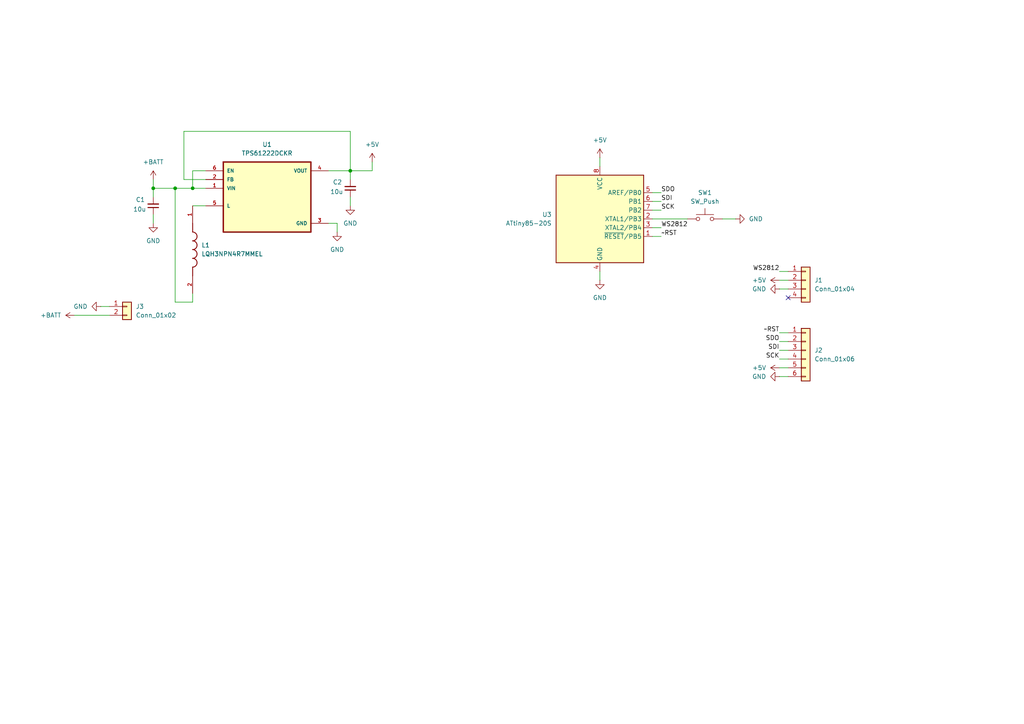
<source format=kicad_sch>
(kicad_sch (version 20250114) (generator "eeschema") (generator_version "9.0")
  (paper "A4")
  (lib_symbols
    (symbol "Connector_Generic:Conn_01x02" (pin_names (offset 1.016) (hide yes))
      (property "Reference" "J" (at 0 2.54 0))
      (property "Value" "Conn_01x02" (at 0 -5.08 0))
      (symbol "Conn_01x02_1_1"
        (rectangle (start -1.27 1.27) (end 1.27 -3.81) (stroke (width 0.254)) (fill (type background)))
        (rectangle (start -1.27 0.127) (end 0 -0.127) (stroke (width 0.1524)))
        (rectangle (start -1.27 -2.413) (end 0 -2.667) (stroke (width 0.1524)))
        (pin passive line (at -5.08 0 0) (length 3.81) (name "Pin_1") (number "1"))
        (pin passive line (at -5.08 -2.54 0) (length 3.81) (name "Pin_2") (number "2"))
      )
    )
    (symbol "Connector_Generic:Conn_01x04" (pin_names (offset 1.016) (hide yes))
      (property "Reference" "J" (at 0 5.08 0))
      (property "Value" "Conn_01x04" (at 0 -7.62 0))
      (symbol "Conn_01x04_1_1"
        (rectangle (start -1.27 3.81) (end 1.27 -6.35) (stroke (width 0.254)) (fill (type background)))
        (rectangle (start -1.27 2.667) (end 0 2.413) (stroke (width 0.1524)))
        (rectangle (start -1.27 0.127) (end 0 -0.127) (stroke (width 0.1524)))
        (rectangle (start -1.27 -2.413) (end 0 -2.667) (stroke (width 0.1524)))
        (rectangle (start -1.27 -4.953) (end 0 -5.207) (stroke (width 0.1524)))
        (pin passive line (at -5.08 2.54 0) (length 3.81) (name "Pin_1") (number "1"))
        (pin passive line (at -5.08 0 0) (length 3.81) (name "Pin_2") (number "2"))
        (pin passive line (at -5.08 -2.54 0) (length 3.81) (name "Pin_3") (number "3"))
        (pin passive line (at -5.08 -5.08 0) (length 3.81) (name "Pin_4") (number "4"))
      )
    )
    (symbol "Connector_Generic:Conn_01x06" (pin_names (offset 1.016) (hide yes))
      (property "Reference" "J" (at 0 7.62 0))
      (property "Value" "Conn_01x06" (at 0 -10.16 0))
      (symbol "Conn_01x06_1_1"
        (rectangle (start -1.27 6.35) (end 1.27 -8.89) (stroke (width 0.254)) (fill (type background)))
        (rectangle (start -1.27 5.207) (end 0 4.953) (stroke (width 0.1524)))
        (rectangle (start -1.27 2.667) (end 0 2.413) (stroke (width 0.1524)))
        (rectangle (start -1.27 0.127) (end 0 -0.127) (stroke (width 0.1524)))
        (rectangle (start -1.27 -2.413) (end 0 -2.667) (stroke (width 0.1524)))
        (rectangle (start -1.27 -4.953) (end 0 -5.207) (stroke (width 0.1524)))
        (rectangle (start -1.27 -7.493) (end 0 -7.747) (stroke (width 0.1524)))
        (pin passive line (at -5.08 5.08 0) (length 3.81) (name "Pin_1") (number "1"))
        (pin passive line (at -5.08 2.54 0) (length 3.81) (name "Pin_2") (number "2"))
        (pin passive line (at -5.08 0 0) (length 3.81) (name "Pin_3") (number "3"))
        (pin passive line (at -5.08 -2.54 0) (length 3.81) (name "Pin_4") (number "4"))
        (pin passive line (at -5.08 -5.08 0) (length 3.81) (name "Pin_5") (number "5"))
        (pin passive line (at -5.08 -7.62 0) (length 3.81) (name "Pin_6") (number "6"))
      )
    )
    (symbol "Device:C_Small" (pin_numbers (hide yes)) (pin_names (offset 0.254) (hide yes))
      (property "Reference" "C" (at 0.254 1.778 0))
      (property "Value" "C_Small" (at 0.254 -2.032 0))
      (symbol "C_Small_0_1"
        (polyline (pts (xy -1.524 0.508) (xy 1.524 0.508)) (stroke (width 0.3048)))
        (polyline (pts (xy -1.524 -0.508) (xy 1.524 -0.508)) (stroke (width 0.3302)))
      )
      (symbol "C_Small_1_1"
        (pin passive line (at 0 2.54 270) (length 2.032) (name "~") (number "1"))
        (pin passive line (at 0 -2.54 90) (length 2.032) (name "~") (number "2"))
      )
    )
    (symbol "Digikey_LQH3NPN4R7MMELCT:LQH3NPN4R7MMEL" (pin_names (offset 1.016))
      (property "Reference" "L" (at -10.16 7.62 0))
      (property "Value" "LQH3NPN4R7MMEL" (at -10.16 5.08 0))
      (symbol "LQH3NPN4R7MMEL_0_0"
        (polyline (pts (xy -5.08 0) (xy -7.62 0)) (stroke (width 0.254)))
        (arc (start -5.08 0) (mid -3.81 1.2645) (end -2.54 0) (stroke (width 0.254)))
        (arc (start -2.54 0) (mid -1.27 1.2645) (end 0 0) (stroke (width 0.254)))
        (arc (start 0 0) (mid 1.27 1.2645) (end 2.54 0) (stroke (width 0.254)))
        (arc (start 2.54 0) (mid 3.81 1.2645) (end 5.08 0) (stroke (width 0.254)))
        (polyline (pts (xy 5.08 0) (xy 7.62 0)) (stroke (width 0.254)))
        (pin passive line (at -12.7 0 0) (length 5.08) (name "~") (number "1"))
        (pin passive line (at 12.7 0 180) (length 5.08) (name "~") (number "2"))
      )
    )
    (symbol "Digikey_TPS61222DCKR:TPS61222DCKR" (pin_names (offset 1.016))
      (property "Reference" "U" (at -12.7 11.16 0))
      (property "Value" "TPS61222DCKR" (at -12.7 -14.16 0))
      (symbol "TPS61222DCKR_0_0"
        (rectangle (start -12.7 -10.16) (end 12.7 10.16) (stroke (width 0.41)) (fill (type background)))
        (pin input line (at -17.78 7.62 0) (length 5.08) (name "EN") (number "6"))
        (pin input line (at -17.78 5.08 0) (length 5.08) (name "FB") (number "2"))
        (pin input line (at -17.78 2.54 0) (length 5.08) (name "VIN") (number "1"))
        (pin bidirectional line (at -17.78 -2.54 0) (length 5.08) (name "L") (number "5"))
        (pin output line (at 17.78 7.62 180) (length 5.08) (name "VOUT") (number "4"))
        (pin power_in line (at 17.78 -7.62 180) (length 5.08) (name "GND") (number "3"))
      )
    )
    (symbol "MCU_Microchip_ATtiny:ATtiny85-20S"
      (property "Reference" "U" (at -12.7 13.97 0))
      (property "Value" "ATtiny85-20S" (at 2.54 -13.97 0))
      (symbol "ATtiny85-20S_0_1"
        (rectangle (start -12.7 -12.7) (end 12.7 12.7) (stroke (width 0.254)) (fill (type background)))
      )
      (symbol "ATtiny85-20S_1_1"
        (pin power_in line (at 0 15.24 270) (length 2.54) (name "VCC") (number "8"))
        (pin power_in line (at 0 -15.24 90) (length 2.54) (name "GND") (number "4"))
        (pin bidirectional line (at 15.24 7.62 180) (length 2.54) (name "AREF/PB0") (number "5"))
        (pin bidirectional line (at 15.24 5.08 180) (length 2.54) (name "PB1") (number "6"))
        (pin bidirectional line (at 15.24 2.54 180) (length 2.54) (name "PB2") (number "7"))
        (pin bidirectional line (at 15.24 0 180) (length 2.54) (name "XTAL1/PB3") (number "2"))
        (pin bidirectional line (at 15.24 -2.54 180) (length 2.54) (name "XTAL2/PB4") (number "3"))
        (pin bidirectional line (at 15.24 -5.08 180) (length 2.54) (name "~{RESET}/PB5") (number "1"))
      )
    )
    (symbol "Switch:SW_Push" (pin_numbers (hide yes)) (pin_names (offset 1.016) (hide yes))
      (property "Reference" "SW" (at 1.27 2.54 0))
      (property "Value" "SW_Push" (at 0 -1.524 0))
      (symbol "SW_Push_0_1"
        (circle (center -2.032 0) (radius 0.508))
        (polyline (pts (xy 0 1.27) (xy 0 3.048)))
        (circle (center 2.032 0) (radius 0.508))
        (polyline (pts (xy 2.54 1.27) (xy -2.54 1.27)))
        (pin passive line (at -5.08 0 0) (length 2.54) (name "1") (number "1"))
        (pin passive line (at 5.08 0 180) (length 2.54) (name "2") (number "2"))
      )
    )
    (symbol "power:+5V" (power) (pin_numbers (hide yes)) (pin_names (offset 0) (hide yes))
      (property "Value" "+5V" (at 0 3.556 0))
      (symbol "+5V_0_1"
        (polyline (pts (xy -0.762 1.27) (xy 0 2.54)))
        (polyline (pts (xy 0 2.54) (xy 0.762 1.27)))
        (polyline (pts (xy 0 0) (xy 0 2.54)))
      )
      (symbol "+5V_1_1"
        (pin power_in line (at 0 0 90) (length 0) (name "~") (number "1"))
      )
    )
    (symbol "power:+BATT" (power) (pin_numbers (hide yes)) (pin_names (offset 0) (hide yes))
      (property "Value" "+BATT" (at 0 3.556 0))
      (symbol "+BATT_0_1"
        (polyline (pts (xy -0.762 1.27) (xy 0 2.54)))
        (polyline (pts (xy 0 2.54) (xy 0.762 1.27)))
        (polyline (pts (xy 0 0) (xy 0 2.54)))
      )
      (symbol "+BATT_1_1"
        (pin power_in line (at 0 0 90) (length 0) (name "~") (number "1"))
      )
    )
    (symbol "power:GND" (power) (pin_numbers (hide yes)) (pin_names (offset 0) (hide yes))
      (property "Value" "GND" (at 0 -3.81 0))
      (symbol "GND_0_1"
        (polyline (pts (xy 0 0) (xy 0 -1.27) (xy 1.27 -1.27) (xy 0 -2.54) (xy -1.27 -1.27) (xy 0 -1.27)))
      )
      (symbol "GND_1_1"
        (pin power_in line (at 0 0 270) (length 0) (name "~") (number "1"))
      )
    )
  )
  (junction (at 50.8 54.61))
  (junction (at 44.45 54.61))
  (junction (at 55.88 54.61))
  (junction (at 101.6 49.53))
  (no_connect (at 228.6 86.36))
  (wire (pts (xy 53.34 52.07) (xy 53.34 38.1)))
  (wire (pts (xy 209.55 63.5) (xy 213.36 63.5)))
  (wire (pts (xy 44.45 62.23) (xy 44.45 64.77)))
  (wire (pts (xy 44.45 54.61) (xy 50.8 54.61)))
  (wire (pts (xy 55.88 54.61) (xy 59.69 54.61)))
  (wire (pts (xy 59.69 52.07) (xy 53.34 52.07)))
  (wire (pts (xy 107.95 46.99) (xy 107.95 49.53)))
  (wire (pts (xy 97.79 67.31) (xy 97.79 64.77)))
  (wire (pts (xy 226.06 78.74) (xy 228.6 78.74)))
  (wire (pts (xy 189.23 68.58) (xy 191.77 68.58)))
  (wire (pts (xy 189.23 58.42) (xy 191.77 58.42)))
  (wire (pts (xy 226.06 83.82) (xy 228.6 83.82)))
  (wire (pts (xy 50.8 54.61) (xy 55.88 54.61)))
  (wire (pts (xy 44.45 54.61) (xy 44.45 57.15)))
  (wire (pts (xy 59.69 49.53) (xy 55.88 49.53)))
  (wire (pts (xy 189.23 60.96) (xy 191.77 60.96)))
  (wire (pts (xy 189.23 55.88) (xy 191.77 55.88)))
  (wire (pts (xy 226.06 81.28) (xy 228.6 81.28)))
  (wire (pts (xy 95.25 49.53) (xy 101.6 49.53)))
  (wire (pts (xy 189.23 63.5) (xy 199.39 63.5)))
  (wire (pts (xy 44.45 52.07) (xy 44.45 54.61)))
  (wire (pts (xy 226.06 101.6) (xy 228.6 101.6)))
  (wire (pts (xy 226.06 106.68) (xy 228.6 106.68)))
  (wire (pts (xy 173.99 45.72) (xy 173.99 48.26)))
  (wire (pts (xy 29.21 88.9) (xy 31.75 88.9)))
  (wire (pts (xy 226.06 96.52) (xy 228.6 96.52)))
  (wire (pts (xy 173.99 78.74) (xy 173.99 81.28)))
  (wire (pts (xy 226.06 109.22) (xy 228.6 109.22)))
  (wire (pts (xy 53.34 38.1) (xy 101.6 38.1)))
  (wire (pts (xy 101.6 38.1) (xy 101.6 49.53)))
  (wire (pts (xy 101.6 57.15) (xy 101.6 59.69)))
  (wire (pts (xy 55.88 59.69) (xy 59.69 59.69)))
  (wire (pts (xy 226.06 104.14) (xy 228.6 104.14)))
  (wire (pts (xy 226.06 99.06) (xy 228.6 99.06)))
  (wire (pts (xy 107.95 49.53) (xy 101.6 49.53)))
  (wire (pts (xy 55.88 49.53) (xy 55.88 54.61)))
  (wire (pts (xy 97.79 64.77) (xy 95.25 64.77)))
  (wire (pts (xy 101.6 49.53) (xy 101.6 52.07)))
  (wire (pts (xy 55.88 85.09) (xy 55.88 87.63)))
  (wire (pts (xy 50.8 87.63) (xy 55.88 87.63)))
  (wire (pts (xy 21.59 91.44) (xy 31.75 91.44)))
  (wire (pts (xy 50.8 54.61) (xy 50.8 87.63)))
  (wire (pts (xy 189.23 66.04) (xy 191.77 66.04)))
  (label "~RST" (at 191.77 68.58 0))
  (label "SCK" (at 226.06 104.14 180))
  (label "SDI" (at 191.77 58.42 0))
  (label "WS2812" (at 191.77 66.04 0))
  (label "SCK" (at 191.77 60.96 0))
  (label "SDI" (at 226.06 101.6 180))
  (label "~RST" (at 226.06 96.52 180))
  (label "WS2812" (at 226.06 78.74 180))
  (label "SDO" (at 226.06 99.06 180))
  (label "SDO" (at 191.77 55.88 0))
  (symbol (lib_id "power:GND") (at 226.06 109.22 270) (unit 1)
    (property "Reference" "#PWR010" (effects (hide yes)))
    (property "Value" "GND" (at 222.25 109.2199 90) (effects (justify right)))
    (property "Description" "Power symbol creates a global label with name \"GND\" , ground" (effects (hide yes)))
  )
  (symbol (lib_id "power:GND") (at 173.99 81.28 0) (unit 1)
    (property "Reference" "#PWR05" (effects (hide yes)))
    (property "Value" "GND" (at 173.99 86.36 0))
    (property "Description" "Power symbol creates a global label with name \"GND\" , ground" (effects (hide yes)))
  )
  (symbol (lib_id "power:GND") (at 101.6 59.69 0) (unit 1)
    (property "Reference" "#PWR04" (effects (hide yes)))
    (property "Value" "GND" (at 101.6 64.77 0))
    (property "Description" "Power symbol creates a global label with name \"GND\" , ground" (effects (hide yes)))
  )
  (symbol (lib_id "power:GND") (at 213.36 63.5 90) (unit 1)
    (property "Reference" "#PWR08" (effects (hide yes)))
    (property "Value" "GND" (at 217.17 63.4999 90) (effects (justify right)))
    (property "Description" "Power symbol creates a global label with name \"GND\" , ground" (effects (hide yes)))
  )
  (symbol (lib_id "power:+5V") (at 173.99 45.72 0) (unit 1)
    (property "Reference" "#PWR07" (effects (hide yes)))
    (property "Value" "+5V" (at 173.99 40.64 0))
    (property "Description" "Power symbol creates a global label with name \"+5V\"" (effects (hide yes)))
  )
  (symbol (lib_id "power:+5V") (at 226.06 106.68 90) (unit 1)
    (property "Reference" "#PWR09" (effects (hide yes)))
    (property "Value" "+5V" (at 222.25 106.6799 90) (effects (justify left)))
    (property "Description" "Power symbol creates a global label with name \"+5V\"" (effects (hide yes)))
  )
  (symbol (lib_id "power:+5V") (at 226.06 81.28 90) (unit 1)
    (property "Reference" "#PWR011" (effects (hide yes)))
    (property "Value" "+5V" (at 222.25 81.2799 90) (effects (justify left)))
    (property "Description" "Power symbol creates a global label with name \"+5V\"" (effects (hide yes)))
  )
  (symbol (lib_id "Digikey_LQH3NPN4R7MMELCT:LQH3NPN4R7MMEL") (at 55.88 72.39 270) (unit 1)
    (property "Reference" "L1" (at 58.42 71.1199 90) (effects (justify left)))
    (property "Value" "LQH3NPN4R7MMEL" (at 58.42 73.6599 90) (effects (justify left)))
    (property "Footprint" "LQH3NPN4R7MMELCT:IND_LQH3NPN4R7MMEL" (effects (hide yes)))
    (property "PARTREV" "N/A" (effects (hide yes)))
    (property "MANUFACTURER" "Murata" (effects (hide yes)))
    (property "MAXIMUM_PACKAGE_HEIGHT" "1.5mm" (effects (hide yes)))
    (property "STANDARD" "Manufacturer Recommendations" (effects (hide yes)))
  )
  (symbol (lib_id "Device:C_Small") (at 101.6 54.61 180) (unit 1)
    (property "Reference" "C2" (at 96.52 52.832 0) (effects (justify right)))
    (property "Value" "10u" (at 95.758 55.626 0) (effects (justify right)))
    (property "Footprint" "Capacitor_SMD:C_0402_1005Metric_Pad0.74x0.62mm_HandSolder" (effects (hide yes)))
    (property "Description" "Unpolarized capacitor, small symbol" (effects (hide yes)))
  )
  (symbol (lib_id "Digikey_TPS61222DCKR:TPS61222DCKR") (at 77.47 57.15 0) (unit 1)
    (property "Reference" "U1" (at 77.47 41.91 0))
    (property "Value" "TPS61222DCKR" (at 77.47 44.45 0))
    (property "Footprint" "TPS61222DCKR:SOT65P210X110-6N" (effects (hide yes)))
  )
  (symbol (lib_id "power:GND") (at 226.06 83.82 270) (unit 1)
    (property "Reference" "#PWR012" (effects (hide yes)))
    (property "Value" "GND" (at 222.25 83.8199 90) (effects (justify right)))
    (property "Description" "Power symbol creates a global label with name \"GND\" , ground" (effects (hide yes)))
  )
  (symbol (lib_id "power:+BATT") (at 21.59 91.44 90) (unit 1)
    (property "Reference" "#PWR014" (effects (hide yes)))
    (property "Value" "+BATT" (at 17.78 91.4399 90) (effects (justify left)))
    (property "Description" "Power symbol creates a global label with name \"+BATT\"" (effects (hide yes)))
  )
  (symbol (lib_id "Connector_Generic:Conn_01x04") (at 233.68 81.28 0) (unit 1)
    (property "Reference" "J1" (at 236.22 81.2799 0) (effects (justify left)))
    (property "Value" "Conn_01x04" (at 236.22 83.8199 0) (effects (justify left)))
    (property "Footprint" "Connectors:Pads_1x04_P1.27mm" (effects (hide yes)))
    (property "Description" "Generic connector, single row, 01x04, script generated (kicad-library-utils/schlib/autogen/connector/)" (effects (hide yes)))
  )
  (symbol (lib_id "power:GND") (at 29.21 88.9 270) (unit 1)
    (property "Reference" "#PWR013" (effects (hide yes)))
    (property "Value" "GND" (at 25.4 88.8999 90) (effects (justify right)))
    (property "Description" "Power symbol creates a global label with name \"GND\" , ground" (effects (hide yes)))
  )
  (symbol (lib_id "Connector_Generic:Conn_01x02") (at 36.83 88.9 0) (unit 1)
    (property "Reference" "J3" (at 39.37 88.8999 0) (effects (justify left)))
    (property "Value" "Conn_01x02" (at 39.37 91.4399 0) (effects (justify left)))
    (property "Footprint" "Connectors:Pads_1x02_P2.54mm" (effects (hide yes)))
    (property "Description" "Generic connector, single row, 01x02, script generated (kicad-library-utils/schlib/autogen/connector/)" (effects (hide yes)))
  )
  (symbol (lib_id "power:GND") (at 97.79 67.31 0) (unit 1)
    (property "Reference" "#PWR03" (effects (hide yes)))
    (property "Value" "GND" (at 97.79 72.39 0))
    (property "Description" "Power symbol creates a global label with name \"GND\" , ground" (effects (hide yes)))
  )
  (symbol (lib_id "Device:C_Small") (at 44.45 59.69 180) (unit 1)
    (property "Reference" "C1" (at 39.37 57.912 0) (effects (justify right)))
    (property "Value" "10u" (at 38.608 60.706 0) (effects (justify right)))
    (property "Footprint" "Capacitor_SMD:C_0402_1005Metric_Pad0.74x0.62mm_HandSolder" (effects (hide yes)))
    (property "Description" "Unpolarized capacitor, small symbol" (effects (hide yes)))
  )
  (symbol (lib_id "MCU_Microchip_ATtiny:ATtiny85-20S") (at 173.99 63.5 0) (unit 1)
    (property "Reference" "U3" (at 160.02 62.2299 0) (effects (justify right)))
    (property "Value" "ATtiny85-20S" (at 160.02 64.7699 0) (effects (justify right)))
    (property "Footprint" "Package_SO:SOIC-8_5.3x5.3mm_P1.27mm" (effects (hide yes)))
    (property "Datasheet" "http://ww1.microchip.com/downloads/en/DeviceDoc/atmel-2586-avr-8-bit-microcontroller-attiny25-attiny45-attiny85_datasheet.pdf" (effects (hide yes)))
    (property "Description" "20MHz, 8kB Flash, 512B SRAM, 512B EEPROM, debugWIRE, SOIC-8" (effects (hide yes)))
  )
  (symbol (lib_id "power:+5V") (at 107.95 46.99 0) (unit 1)
    (property "Reference" "#PWR06" (effects (hide yes)))
    (property "Value" "+5V" (at 107.95 41.91 0))
    (property "Description" "Power symbol creates a global label with name \"+5V\"" (effects (hide yes)))
  )
  (symbol (lib_id "Connector_Generic:Conn_01x06") (at 233.68 101.6 0) (unit 1)
    (property "Reference" "J2" (at 236.22 101.5999 0) (effects (justify left)))
    (property "Value" "Conn_01x06" (at 236.22 104.1399 0) (effects (justify left)))
    (property "Footprint" "Connectors:Pads_1x06_P1.27mm" (effects (hide yes)))
    (property "Description" "Generic connector, single row, 01x06, script generated (kicad-library-utils/schlib/autogen/connector/)" (effects (hide yes)))
  )
  (symbol (lib_id "Switch:SW_Push") (at 204.47 63.5 0) (unit 1)
    (property "Reference" "SW1" (at 204.47 55.88 0))
    (property "Value" "SW_Push" (at 204.47 58.42 0))
    (property "Footprint" "Button_Switch_SMD:SW_SPST_TL3305B" (effects (hide yes)))
    (property "Description" "Push button switch, generic, two pins" (effects (hide yes)))
  )
  (symbol (lib_id "power:GND") (at 44.45 64.77 0) (unit 1)
    (property "Reference" "#PWR02" (effects (hide yes)))
    (property "Value" "GND" (at 44.45 69.85 0))
    (property "Description" "Power symbol creates a global label with name \"GND\" , ground" (effects (hide yes)))
  )
  (symbol (lib_id "power:+BATT") (at 44.45 52.07 0) (unit 1)
    (property "Reference" "#PWR01" (effects (hide yes)))
    (property "Value" "+BATT" (at 44.45 46.99 0))
    (property "Description" "Power symbol creates a global label with name \"+BATT\"" (effects (hide yes)))
  )
)
</source>
